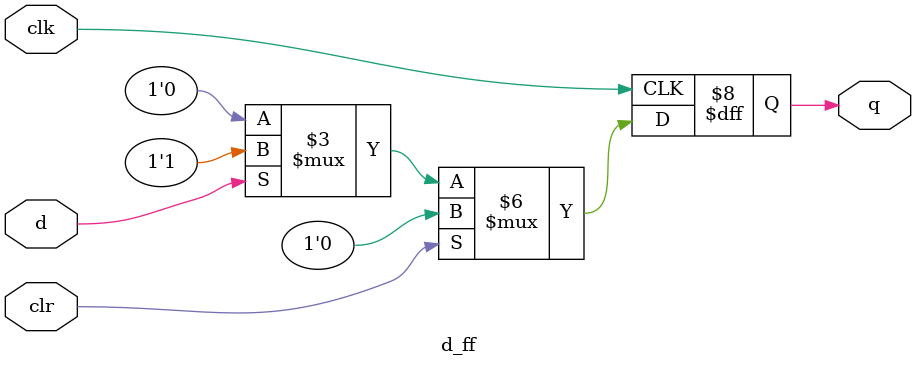
<source format=v>
`timescale 1ns / 1ps

module d_ff(
input clk,clr,d,
output reg q
    );
always@(posedge clk) begin 
if(clr)
q<=0; 
else 
begin 
if (d)
q<=1;
else 
q<=0;
end 
end    
endmodule



</source>
